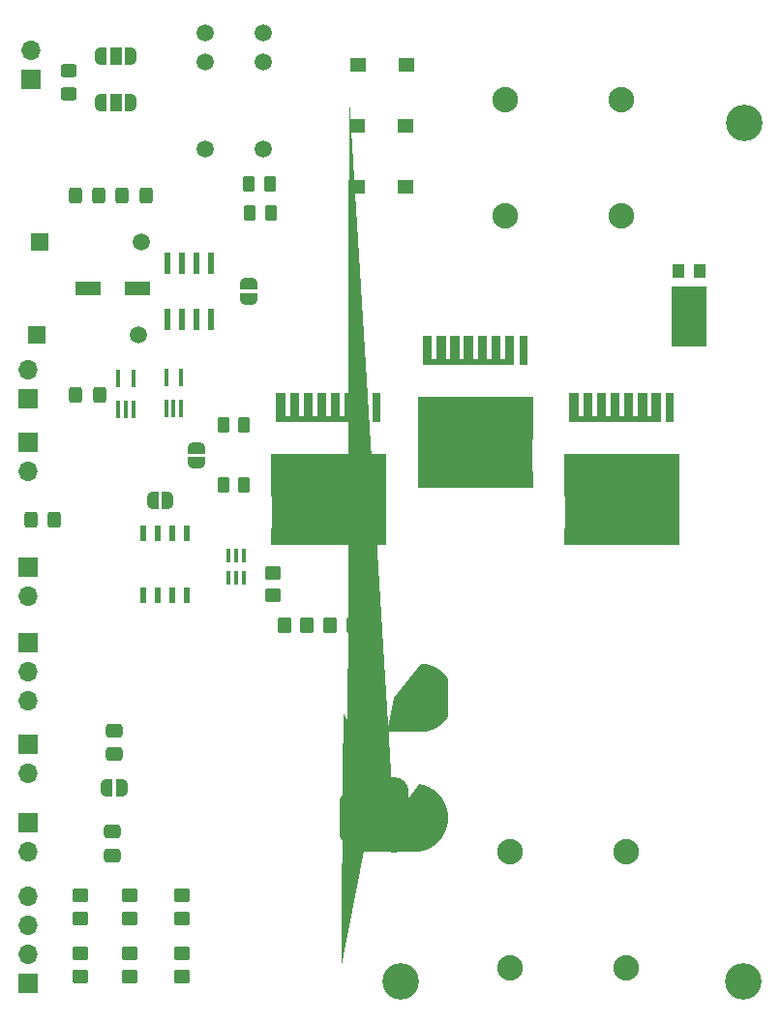
<source format=gbr>
%TF.GenerationSoftware,KiCad,Pcbnew,8.0.3*%
%TF.CreationDate,2024-11-15T02:09:21-08:00*%
%TF.ProjectId,Power_Management,506f7765-725f-44d6-916e-6167656d656e,rev?*%
%TF.SameCoordinates,Original*%
%TF.FileFunction,Soldermask,Top*%
%TF.FilePolarity,Negative*%
%FSLAX46Y46*%
G04 Gerber Fmt 4.6, Leading zero omitted, Abs format (unit mm)*
G04 Created by KiCad (PCBNEW 8.0.3) date 2024-11-15 02:09:21*
%MOMM*%
%LPD*%
G01*
G04 APERTURE LIST*
G04 Aperture macros list*
%AMRoundRect*
0 Rectangle with rounded corners*
0 $1 Rounding radius*
0 $2 $3 $4 $5 $6 $7 $8 $9 X,Y pos of 4 corners*
0 Add a 4 corners polygon primitive as box body*
4,1,4,$2,$3,$4,$5,$6,$7,$8,$9,$2,$3,0*
0 Add four circle primitives for the rounded corners*
1,1,$1+$1,$2,$3*
1,1,$1+$1,$4,$5*
1,1,$1+$1,$6,$7*
1,1,$1+$1,$8,$9*
0 Add four rect primitives between the rounded corners*
20,1,$1+$1,$2,$3,$4,$5,0*
20,1,$1+$1,$4,$5,$6,$7,0*
20,1,$1+$1,$6,$7,$8,$9,0*
20,1,$1+$1,$8,$9,$2,$3,0*%
%AMFreePoly0*
4,1,19,0.500000,-0.750000,0.000000,-0.750000,0.000000,-0.744911,-0.071157,-0.744911,-0.207708,-0.704816,-0.327430,-0.627875,-0.420627,-0.520320,-0.479746,-0.390866,-0.500000,-0.250000,-0.500000,0.250000,-0.479746,0.390866,-0.420627,0.520320,-0.327430,0.627875,-0.207708,0.704816,-0.071157,0.744911,0.000000,0.744911,0.000000,0.750000,0.500000,0.750000,0.500000,-0.750000,0.500000,-0.750000,
$1*%
%AMFreePoly1*
4,1,19,0.000000,0.744911,0.071157,0.744911,0.207708,0.704816,0.327430,0.627875,0.420627,0.520320,0.479746,0.390866,0.500000,0.250000,0.500000,-0.250000,0.479746,-0.390866,0.420627,-0.520320,0.327430,-0.627875,0.207708,-0.704816,0.071157,-0.744911,0.000000,-0.744911,0.000000,-0.750000,-0.500000,-0.750000,-0.500000,0.750000,0.000000,0.750000,0.000000,0.744911,0.000000,0.744911,
$1*%
%AMFreePoly2*
4,1,19,0.550000,-0.750000,0.000000,-0.750000,0.000000,-0.744911,-0.071157,-0.744911,-0.207708,-0.704816,-0.327430,-0.627875,-0.420627,-0.520320,-0.479746,-0.390866,-0.500000,-0.250000,-0.500000,0.250000,-0.479746,0.390866,-0.420627,0.520320,-0.327430,0.627875,-0.207708,0.704816,-0.071157,0.744911,0.000000,0.744911,0.000000,0.750000,0.550000,0.750000,0.550000,-0.750000,0.550000,-0.750000,
$1*%
%AMFreePoly3*
4,1,19,0.000000,0.744911,0.071157,0.744911,0.207708,0.704816,0.327430,0.627875,0.420627,0.520320,0.479746,0.390866,0.500000,0.250000,0.500000,-0.250000,0.479746,-0.390866,0.420627,-0.520320,0.327430,-0.627875,0.207708,-0.704816,0.071157,-0.744911,0.000000,-0.744911,0.000000,-0.750000,-0.550000,-0.750000,-0.550000,0.750000,0.000000,0.750000,0.000000,0.744911,0.000000,0.744911,
$1*%
%AMFreePoly4*
4,1,64,2.219304,2.963065,2.677052,2.853170,3.111972,2.673020,3.513357,2.427051,3.871321,2.121320,4.177052,1.763356,4.423021,1.361971,4.603171,0.927051,4.713066,0.469303,4.750001,0.000000,4.713066,-0.469303,4.603171,-0.927051,4.423021,-1.361971,4.177052,-1.763356,3.871321,-2.121320,3.513357,-2.427051,3.111972,-2.673020,2.677052,-2.853170,2.219304,-2.963065,1.750001,-3.000000,
-2.249999,-3.000000,-2.397706,-2.996361,-2.545055,-2.985454,-2.691689,-2.967306,-2.837251,-2.941960,-2.981388,-2.909478,-3.123751,-2.869938,-3.263995,-2.823437,-3.401780,-2.770088,-3.536770,-2.710019,-3.668639,-2.643376,-3.797067,-2.570322,-3.921743,-2.491033,-4.042363,-2.405702,-4.158636,-2.314536,-4.270279,-2.217755,-4.377022,-2.115595,-4.478605,-2.008303,-4.574782,-1.896139,-4.665320,-1.779377,
-4.750000,-1.658298,-4.750001,1.658297,-4.665322,1.779376,-4.574783,1.896139,-4.478606,2.008302,-4.377023,2.115594,-4.270281,2.217755,-4.158637,2.314535,-4.042365,2.405702,-3.921744,2.491033,-3.797069,2.570322,-3.668640,2.643376,-3.536771,2.710019,-3.401780,2.770087,-3.263996,2.823437,-3.123752,2.869937,-2.981389,2.909477,-2.837251,2.941959,-2.691689,2.967304,-2.545056,2.985452,
-2.397706,2.996359,-2.249999,2.999997,1.750001,3.000000,2.219304,2.963065,2.219304,2.963065,$1*%
%AMFreePoly5*
4,1,64,2.397707,2.996361,2.545056,2.985454,2.691689,2.967306,2.837251,2.941960,2.981388,2.909477,3.123751,2.869938,3.263995,2.823437,3.401779,2.770087,3.536770,2.710019,3.668639,2.643376,3.797067,2.570322,3.921742,2.491033,4.042363,2.405702,4.158635,2.314536,4.270278,2.217755,4.377021,2.115595,4.478604,2.008303,4.574782,1.896140,4.665320,1.779378,4.750000,1.658299,
4.750001,-1.658298,4.665321,-1.779377,4.574783,-1.896139,4.478606,-2.008303,4.377022,-2.115595,4.270280,-2.217755,4.158637,-2.314536,4.042364,-2.405702,3.921744,-2.491033,3.797068,-2.570322,3.668640,-2.643376,3.536771,-2.710019,3.401780,-2.770087,3.263996,-2.823437,3.123752,-2.869937,2.981389,-2.909477,2.837251,-2.941959,2.691689,-2.967305,2.545056,-2.985453,2.397707,-2.996360,
2.250000,-2.999998,-1.750001,-3.000000,-2.219304,-2.963065,-2.677051,-2.853170,-3.111972,-2.673020,-3.513356,-2.427051,-3.871321,-2.121320,-4.177051,-1.763356,-4.423020,-1.361971,-4.603170,-0.927051,-4.713066,-0.469303,-4.750001,0.000000,-4.713066,0.469303,-4.603170,0.927051,-4.423020,1.361971,-4.177051,1.763356,-3.871321,2.121320,-3.513356,2.427051,-3.111972,2.673020,-2.677051,2.853170,
-2.219304,2.963065,-1.750001,3.000000,2.250000,3.000000,2.397707,2.996361,2.397707,2.996361,$1*%
G04 Aperture macros list end*
%ADD10C,0.000000*%
%ADD11RoundRect,0.250000X0.450000X-0.325000X0.450000X0.325000X-0.450000X0.325000X-0.450000X-0.325000X0*%
%ADD12C,1.498600*%
%ADD13R,1.700000X1.700000*%
%ADD14O,1.700000X1.700000*%
%ADD15R,1.397000X1.219200*%
%ADD16RoundRect,0.250000X-0.450000X0.350000X-0.450000X-0.350000X0.450000X-0.350000X0.450000X0.350000X0*%
%ADD17R,0.990600X1.143000*%
%ADD18R,3.098800X5.207000*%
%ADD19FreePoly0,0.000000*%
%ADD20FreePoly1,0.000000*%
%ADD21RoundRect,0.250000X-0.325000X-0.450000X0.325000X-0.450000X0.325000X0.450000X-0.325000X0.450000X0*%
%ADD22RoundRect,0.250000X0.350000X0.450000X-0.350000X0.450000X-0.350000X-0.450000X0.350000X-0.450000X0*%
%ADD23R,1.498600X1.498600*%
%ADD24C,2.235200*%
%ADD25RoundRect,0.250000X0.262500X0.450000X-0.262500X0.450000X-0.262500X-0.450000X0.262500X-0.450000X0*%
%ADD26C,3.200000*%
%ADD27R,0.800000X2.500000*%
%ADD28R,10.100005X7.999995*%
%ADD29R,0.533400X1.981200*%
%ADD30RoundRect,0.250000X-0.475000X0.337500X-0.475000X-0.337500X0.475000X-0.337500X0.475000X0.337500X0*%
%ADD31RoundRect,0.100000X0.100000X-0.650000X0.100000X0.650000X-0.100000X0.650000X-0.100000X-0.650000X0*%
%ADD32R,2.209800X1.168400*%
%ADD33FreePoly0,90.000000*%
%ADD34FreePoly1,90.000000*%
%ADD35RoundRect,0.250000X0.450000X-0.350000X0.450000X0.350000X-0.450000X0.350000X-0.450000X-0.350000X0*%
%ADD36RoundRect,0.250000X0.475000X-0.337500X0.475000X0.337500X-0.475000X0.337500X-0.475000X-0.337500X0*%
%ADD37FreePoly0,270.000000*%
%ADD38FreePoly1,270.000000*%
%ADD39R,0.533400X1.460500*%
%ADD40FreePoly2,180.000000*%
%ADD41R,1.000000X1.500000*%
%ADD42FreePoly3,180.000000*%
%ADD43RoundRect,1.300000X-0.000010X2.000000X-0.000010X-2.000000X0.000010X-2.000000X0.000010X2.000000X0*%
%ADD44FreePoly4,270.000000*%
%ADD45FreePoly5,270.000000*%
%ADD46R,0.355600X1.168400*%
%ADD47FreePoly2,0.000000*%
%ADD48FreePoly3,0.000000*%
G04 APERTURE END LIST*
D10*
%TO.C,Q1*%
G36*
X184492004Y-134241996D02*
G01*
X183642005Y-134242002D01*
X183642005Y-137041997D01*
X184492004Y-137042001D01*
X184492004Y-138541998D01*
X174391998Y-138541998D01*
X174391998Y-137042001D01*
X175241997Y-137041997D01*
X175241997Y-134242002D01*
X174391998Y-134241996D01*
X174391998Y-130542003D01*
X184492004Y-130542003D01*
X184492004Y-134241996D01*
G37*
G36*
X175642000Y-127241999D02*
G01*
X176042000Y-127241999D01*
X176042002Y-125242000D01*
X176842000Y-125242000D01*
X176842000Y-127241999D01*
X177242000Y-127241999D01*
X177242000Y-125242000D01*
X178041999Y-125242000D01*
X178042000Y-127241999D01*
X178442000Y-127241999D01*
X178442000Y-125242000D01*
X179242000Y-125242000D01*
X179242000Y-127241999D01*
X179642000Y-127241999D01*
X179642000Y-125242000D01*
X180442000Y-125242000D01*
X180442000Y-127241999D01*
X180842000Y-127241999D01*
X180842000Y-125242000D01*
X181642000Y-125242000D01*
X181642000Y-127241999D01*
X182042000Y-127241999D01*
X182042000Y-125242000D01*
X182842000Y-125242000D01*
X182842000Y-127742000D01*
X174842002Y-127742000D01*
X174842002Y-125242000D01*
X175642002Y-125242000D01*
X175642000Y-127241999D01*
G37*
%TO.C,Q3*%
G36*
X210146004Y-134241996D02*
G01*
X209296005Y-134242002D01*
X209296005Y-137041997D01*
X210146004Y-137042001D01*
X210146004Y-138541998D01*
X200045998Y-138541998D01*
X200045998Y-137042001D01*
X200895997Y-137041997D01*
X200895997Y-134242002D01*
X200045998Y-134241996D01*
X200045998Y-130542003D01*
X210146004Y-130542003D01*
X210146004Y-134241996D01*
G37*
G36*
X201296000Y-127241999D02*
G01*
X201696000Y-127241999D01*
X201696002Y-125242000D01*
X202496000Y-125242000D01*
X202496000Y-127241999D01*
X202896000Y-127241999D01*
X202896000Y-125242000D01*
X203695999Y-125242000D01*
X203696000Y-127241999D01*
X204096000Y-127241999D01*
X204096000Y-125242000D01*
X204896000Y-125242000D01*
X204896000Y-127241999D01*
X205296000Y-127241999D01*
X205296000Y-125242000D01*
X206096000Y-125242000D01*
X206096000Y-127241999D01*
X206496000Y-127241999D01*
X206496000Y-125242000D01*
X207296000Y-125242000D01*
X207296000Y-127241999D01*
X207696000Y-127241999D01*
X207696000Y-125242000D01*
X208496000Y-125242000D01*
X208496000Y-127742000D01*
X200496002Y-127742000D01*
X200496002Y-125242000D01*
X201296002Y-125242000D01*
X201296000Y-127241999D01*
G37*
%TO.C,Q2*%
G36*
X197328003Y-129239996D02*
G01*
X196478004Y-129240002D01*
X196478004Y-132039997D01*
X197328003Y-132040001D01*
X197328003Y-133539998D01*
X187227997Y-133539998D01*
X187227997Y-132040001D01*
X188077996Y-132039997D01*
X188077996Y-129240002D01*
X187227997Y-129239996D01*
X187227997Y-125540003D01*
X197328003Y-125540003D01*
X197328003Y-129239996D01*
G37*
G36*
X188477999Y-122239999D02*
G01*
X188877999Y-122239999D01*
X188878001Y-120240000D01*
X189677999Y-120240000D01*
X189677999Y-122239999D01*
X190077999Y-122239999D01*
X190077999Y-120240000D01*
X190877998Y-120240000D01*
X190877999Y-122239999D01*
X191277999Y-122239999D01*
X191277999Y-120240000D01*
X192077999Y-120240000D01*
X192077999Y-122239999D01*
X192477999Y-122239999D01*
X192477999Y-120240000D01*
X193277999Y-120240000D01*
X193277999Y-122239999D01*
X193677999Y-122239999D01*
X193677999Y-120240000D01*
X194477999Y-120240000D01*
X194477999Y-122239999D01*
X194877999Y-122239999D01*
X194877999Y-120240000D01*
X195677999Y-120240000D01*
X195677999Y-122740000D01*
X187678001Y-122740000D01*
X187678001Y-120240000D01*
X188478001Y-120240000D01*
X188477999Y-122239999D01*
G37*
%TD*%
D11*
%TO.C,D2*%
X156718000Y-99069000D03*
X156718000Y-97019000D03*
%TD*%
D12*
%TO.C,K2*%
X168656000Y-93726000D03*
X168656000Y-96266000D03*
X168656000Y-103886000D03*
X173736000Y-103886000D03*
X173736000Y-96266000D03*
X173736000Y-93726000D03*
%TD*%
D13*
%TO.C,J8*%
X153162000Y-176885600D03*
D14*
X153162000Y-174345600D03*
X153162000Y-171805600D03*
X153162000Y-169265600D03*
%TD*%
D15*
%TO.C,C7*%
X181965600Y-101854000D03*
X186182000Y-101854000D03*
%TD*%
D16*
%TO.C,R9*%
X166624000Y-169180000D03*
X166624000Y-171180000D03*
%TD*%
D17*
%TO.C,CR1*%
X211898002Y-114554000D03*
X210058000Y-114554000D03*
D18*
X210978001Y-118541800D03*
%TD*%
D15*
%TO.C,C9*%
X181965600Y-107188000D03*
X186182000Y-107188000D03*
%TD*%
D16*
%TO.C,R11*%
X166624000Y-174260000D03*
X166624000Y-176260000D03*
%TD*%
D19*
%TO.C,JP5*%
X164054000Y-134620000D03*
D20*
X165354000Y-134620000D03*
%TD*%
D21*
%TO.C,D3*%
X161382600Y-107950000D03*
X163432600Y-107950000D03*
%TD*%
D22*
%TO.C,R5*%
X181594000Y-145542000D03*
X179594000Y-145542000D03*
%TD*%
D12*
%TO.C,D6*%
X162814000Y-120142000D03*
D23*
X153913840Y-120142000D03*
%TD*%
D24*
%TO.C,J3*%
X195326000Y-165354000D03*
X195326000Y-175514000D03*
X205486000Y-165354000D03*
X205486000Y-175514000D03*
%TD*%
D16*
%TO.C,R12*%
X162052000Y-174244000D03*
X162052000Y-176244000D03*
%TD*%
D25*
%TO.C,TH2*%
X172056750Y-133252000D03*
X170231750Y-133252000D03*
%TD*%
%TO.C,TH1*%
X172056750Y-128016000D03*
X170231750Y-128016000D03*
%TD*%
D26*
%TO.C,H1*%
X215798400Y-101631600D03*
%TD*%
D13*
%TO.C,J2*%
X153162000Y-155951000D03*
D14*
X153162000Y-158491000D03*
%TD*%
D27*
%TO.C,Q1*%
X183642000Y-126492000D03*
X182442000Y-126492000D03*
X181242000Y-126492000D03*
X180042000Y-126492000D03*
X178842000Y-126492000D03*
X177642000Y-126492000D03*
X176442002Y-126492000D03*
X175242002Y-126492000D03*
D28*
X179442001Y-134542000D03*
%TD*%
D16*
%TO.C,R7*%
X157734000Y-169180000D03*
X157734000Y-171180000D03*
%TD*%
D29*
%TO.C,U6*%
X169164000Y-113868200D03*
X167894000Y-113868200D03*
X166624000Y-113868200D03*
X165354000Y-113868200D03*
X165354000Y-118795800D03*
X166624000Y-118795800D03*
X167894000Y-118795800D03*
X169164000Y-118795800D03*
%TD*%
D30*
%TO.C,C6*%
X160528000Y-163576000D03*
X160528000Y-165651000D03*
%TD*%
D31*
%TO.C,U5*%
X165212000Y-126552000D03*
X165862000Y-126552000D03*
X166512000Y-126552000D03*
X166512000Y-123892000D03*
X165212000Y-123892000D03*
%TD*%
D32*
%TO.C,C2*%
X158369000Y-116078000D03*
X162687000Y-116078000D03*
%TD*%
D21*
%TO.C,D5*%
X153398000Y-136296400D03*
X155448000Y-136296400D03*
%TD*%
D33*
%TO.C,JP3*%
X167842250Y-131348000D03*
D34*
X167842250Y-130048000D03*
%TD*%
D21*
%TO.C,D4*%
X157318600Y-125374400D03*
X159368600Y-125374400D03*
%TD*%
D35*
%TO.C,R13*%
X174548800Y-142935200D03*
X174548800Y-140935200D03*
%TD*%
D36*
%TO.C,C1*%
X160680400Y-156811800D03*
X160680400Y-154736800D03*
%TD*%
D24*
%TO.C,J4*%
X205079200Y-109728000D03*
X205079200Y-99568000D03*
X194919200Y-109728000D03*
X194919200Y-99568000D03*
%TD*%
D26*
%TO.C,H4*%
X215724800Y-176682400D03*
%TD*%
D13*
%TO.C,J9*%
X153162000Y-147066000D03*
D14*
X153162000Y-149606000D03*
X153162000Y-152146000D03*
%TD*%
D37*
%TO.C,JP2*%
X172466000Y-115682000D03*
D38*
X172466000Y-116982000D03*
%TD*%
D19*
%TO.C,JP6*%
X160020000Y-159766000D03*
D20*
X161320000Y-159766000D03*
%TD*%
D13*
%TO.C,J6*%
X153162000Y-129535000D03*
D14*
X153162000Y-132075000D03*
%TD*%
D13*
%TO.C,J10*%
X153162000Y-162814000D03*
D14*
X153162000Y-165354000D03*
%TD*%
D13*
%TO.C,J5*%
X153416000Y-97790000D03*
D14*
X153416000Y-95250000D03*
%TD*%
D25*
%TO.C,R15*%
X174291000Y-106934000D03*
X172466000Y-106934000D03*
%TD*%
D13*
%TO.C,J1*%
X153162000Y-125735000D03*
D14*
X153162000Y-123195000D03*
%TD*%
D31*
%TO.C,U4*%
X161036000Y-126612000D03*
X161686000Y-126612000D03*
X162336000Y-126612000D03*
X162336000Y-123952000D03*
X161036000Y-123952000D03*
%TD*%
D39*
%TO.C,U2*%
X167005000Y-137483850D03*
X165735000Y-137483850D03*
X164465000Y-137483850D03*
X163195000Y-137483850D03*
X163195000Y-142932150D03*
X164465000Y-142932150D03*
X165735000Y-142932150D03*
X167005000Y-142932150D03*
%TD*%
D26*
%TO.C,H3*%
X185724800Y-176682400D03*
%TD*%
D22*
%TO.C,R6*%
X177546000Y-145542000D03*
X175546000Y-145542000D03*
%TD*%
D27*
%TO.C,Q3*%
X209296000Y-126492000D03*
X208096000Y-126492000D03*
X206896000Y-126492000D03*
X205696000Y-126492000D03*
X204496000Y-126492000D03*
X203296000Y-126492000D03*
X202096002Y-126492000D03*
X200896002Y-126492000D03*
D28*
X205096001Y-134542000D03*
%TD*%
D16*
%TO.C,R10*%
X157734000Y-174244000D03*
X157734000Y-176244000D03*
%TD*%
D15*
%TO.C,C8*%
X182041800Y-96520000D03*
X186258200Y-96520000D03*
%TD*%
D40*
%TO.C,JP1*%
X162112000Y-95758000D03*
D41*
X160812000Y-95758000D03*
D42*
X159512000Y-95758000D03*
%TD*%
D13*
%TO.C,J7*%
X153162000Y-140457000D03*
D14*
X153162000Y-142997000D03*
%TD*%
D16*
%TO.C,R8*%
X162052000Y-169180000D03*
X162052000Y-171180000D03*
%TD*%
D27*
%TO.C,Q2*%
X196477999Y-121490000D03*
X195277999Y-121490000D03*
X194077999Y-121490000D03*
X192877999Y-121490000D03*
X191677999Y-121490000D03*
X190477999Y-121490000D03*
X189278001Y-121490000D03*
X188078001Y-121490000D03*
D28*
X192278000Y-129540000D03*
%TD*%
D43*
%TO.C,U1*%
X185134000Y-162114000D03*
D44*
X185134000Y-162363999D03*
D45*
X185134000Y-151864000D03*
%TD*%
D21*
%TO.C,D7*%
X157309600Y-107899200D03*
X159359600Y-107899200D03*
%TD*%
D25*
%TO.C,R14*%
X174394500Y-109474000D03*
X172569500Y-109474000D03*
%TD*%
D12*
%TO.C,D8*%
X163068000Y-112014000D03*
D23*
X154167840Y-112014000D03*
%TD*%
D46*
%TO.C,U3*%
X170688000Y-141401800D03*
X171337999Y-141401800D03*
X171987998Y-141401800D03*
X171987998Y-139446000D03*
X171337999Y-139446000D03*
X170688000Y-139446000D03*
%TD*%
D47*
%TO.C,JP9*%
X159512000Y-99822000D03*
D41*
X160812000Y-99822000D03*
D48*
X162112000Y-99822000D03*
%TD*%
M02*

</source>
